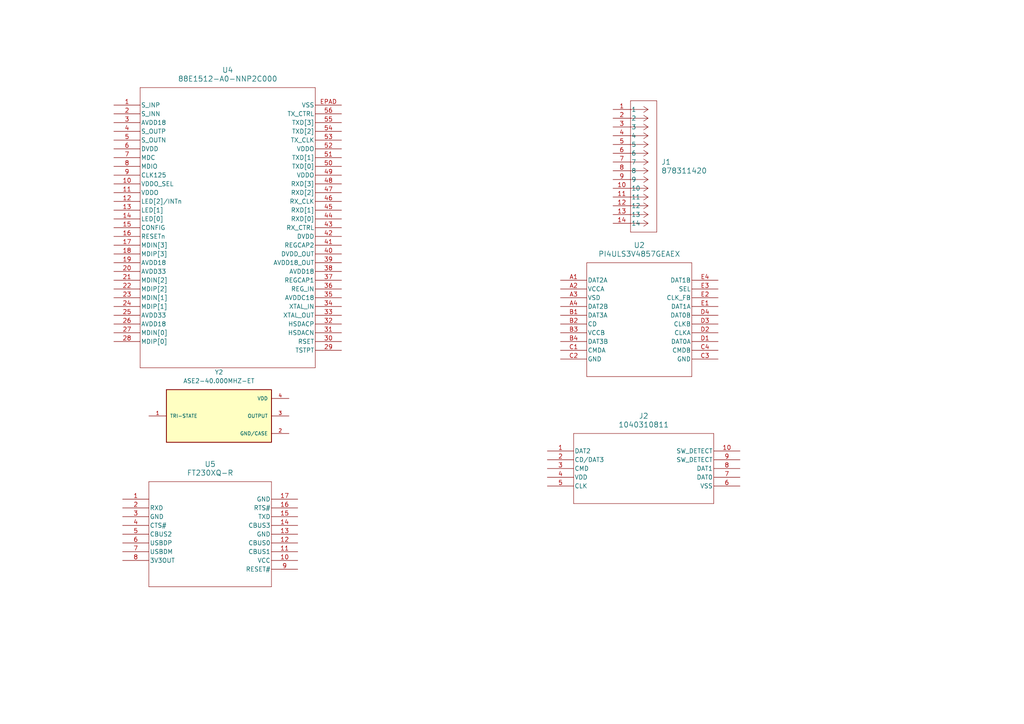
<source format=kicad_sch>
(kicad_sch (version 20231120) (generator "eeschema") (generator_version "8.0")
  (paper "A4")
  (lib_symbols
    (symbol "PSEC5_ctrlbd:1040310811" (pin_names (offset 0.254))
      (property "Reference" "J" (at 27.94 10.16 0))
      (property "Value" "1040310811" (at 27.94 7.62 0))
      (symbol "1040310811_0_1"
        (polyline (pts (xy 7.62 -15.24) (xy 48.26 -15.24)) (stroke (width 0.127)))
        (polyline (pts (xy 7.62 5.08) (xy 7.62 -15.24)) (stroke (width 0.127)))
        (polyline (pts (xy 48.26 -15.24) (xy 48.26 5.08)) (stroke (width 0.127)))
        (polyline (pts (xy 48.26 5.08) (xy 7.62 5.08)) (stroke (width 0.127)))
        (pin bidirectional line (at 0 0 0) (length 7.62) (name "DAT2") (number "1"))
        (pin unspecified line (at 55.88 0 180) (length 7.62) (name "SW_DETECT") (number "10"))
        (pin bidirectional line (at 0 -2.54 0) (length 7.62) (name "CD/DAT3") (number "2"))
        (pin unspecified line (at 0 -5.08 0) (length 7.62) (name "CMD") (number "3"))
        (pin power_in line (at 0 -7.62 0) (length 7.62) (name "VDD") (number "4"))
        (pin unspecified line (at 0 -10.16 0) (length 7.62) (name "CLK") (number "5"))
        (pin power_out line (at 55.88 -10.16 180) (length 7.62) (name "VSS") (number "6"))
        (pin bidirectional line (at 55.88 -7.62 180) (length 7.62) (name "DAT0") (number "7"))
        (pin bidirectional line (at 55.88 -5.08 180) (length 7.62) (name "DAT1") (number "8"))
        (pin unspecified line (at 55.88 -2.54 180) (length 7.62) (name "SW_DETECT") (number "9"))
      )
    )
    (symbol "PSEC5_ctrlbd:878311420" (pin_names (offset 0.254))
      (property "Reference" "J" (at 8.89 6.35 0))
      (property "Value" "878311420" (at 0.254 4.826 0))
      (symbol "878311420_1_1"
        (polyline (pts (xy 5.08 -35.56) (xy 12.7 -35.56)) (stroke (width 0.127)))
        (polyline (pts (xy 5.08 2.54) (xy 5.08 -35.56)) (stroke (width 0.127)))
        (polyline (pts (xy 10.16 -33.02) (xy 5.08 -33.02)) (stroke (width 0.127)))
        (polyline (pts (xy 10.16 -33.02) (xy 8.89 -33.8667)) (stroke (width 0.127)))
        (polyline (pts (xy 10.16 -33.02) (xy 8.89 -32.1733)) (stroke (width 0.127)))
        (polyline (pts (xy 10.16 -30.48) (xy 5.08 -30.48)) (stroke (width 0.127)))
        (polyline (pts (xy 10.16 -30.48) (xy 8.89 -31.3267)) (stroke (width 0.127)))
        (polyline (pts (xy 10.16 -30.48) (xy 8.89 -29.6333)) (stroke (width 0.127)))
        (polyline (pts (xy 10.16 -27.94) (xy 5.08 -27.94)) (stroke (width 0.127)))
        (polyline (pts (xy 10.16 -27.94) (xy 8.89 -28.7867)) (stroke (width 0.127)))
        (polyline (pts (xy 10.16 -27.94) (xy 8.89 -27.0933)) (stroke (width 0.127)))
        (polyline (pts (xy 10.16 -25.4) (xy 5.08 -25.4)) (stroke (width 0.127)))
        (polyline (pts (xy 10.16 -25.4) (xy 8.89 -26.2467)) (stroke (width 0.127)))
        (polyline (pts (xy 10.16 -25.4) (xy 8.89 -24.5533)) (stroke (width 0.127)))
        (polyline (pts (xy 10.16 -22.86) (xy 5.08 -22.86)) (stroke (width 0.127)))
        (polyline (pts (xy 10.16 -22.86) (xy 8.89 -23.7067)) (stroke (width 0.127)))
        (polyline (pts (xy 10.16 -22.86) (xy 8.89 -22.0133)) (stroke (width 0.127)))
        (polyline (pts (xy 10.16 -20.32) (xy 5.08 -20.32)) (stroke (width 0.127)))
        (polyline (pts (xy 10.16 -20.32) (xy 8.89 -21.1667)) (stroke (width 0.127)))
        (polyline (pts (xy 10.16 -20.32) (xy 8.89 -19.4733)) (stroke (width 0.127)))
        (polyline (pts (xy 10.16 -17.78) (xy 5.08 -17.78)) (stroke (width 0.127)))
        (polyline (pts (xy 10.16 -17.78) (xy 8.89 -18.6267)) (stroke (width 0.127)))
        (polyline (pts (xy 10.16 -17.78) (xy 8.89 -16.9333)) (stroke (width 0.127)))
        (polyline (pts (xy 10.16 -15.24) (xy 5.08 -15.24)) (stroke (width 0.127)))
        (polyline (pts (xy 10.16 -15.24) (xy 8.89 -16.0867)) (stroke (width 0.127)))
        (polyline (pts (xy 10.16 -15.24) (xy 8.89 -14.3933)) (stroke (width 0.127)))
        (polyline (pts (xy 10.16 -12.7) (xy 5.08 -12.7)) (stroke (width 0.127)))
        (polyline (pts (xy 10.16 -12.7) (xy 8.89 -13.5467)) (stroke (width 0.127)))
        (polyline (pts (xy 10.16 -12.7) (xy 8.89 -11.8533)) (stroke (width 0.127)))
        (polyline (pts (xy 10.16 -10.16) (xy 5.08 -10.16)) (stroke (width 0.127)))
        (polyline (pts (xy 10.16 -10.16) (xy 8.89 -11.0067)) (stroke (width 0.127)))
        (polyline (pts (xy 10.16 -10.16) (xy 8.89 -9.3133)) (stroke (width 0.127)))
        (polyline (pts (xy 10.16 -7.62) (xy 5.08 -7.62)) (stroke (width 0.127)))
        (polyline (pts (xy 10.16 -7.62) (xy 8.89 -8.4667)) (stroke (width 0.127)))
        (polyline (pts (xy 10.16 -7.62) (xy 8.89 -6.7733)) (stroke (width 0.127)))
        (polyline (pts (xy 10.16 -5.08) (xy 5.08 -5.08)) (stroke (width 0.127)))
        (polyline (pts (xy 10.16 -5.08) (xy 8.89 -5.9267)) (stroke (width 0.127)))
        (polyline (pts (xy 10.16 -5.08) (xy 8.89 -4.2333)) (stroke (width 0.127)))
        (polyline (pts (xy 10.16 -2.54) (xy 5.08 -2.54)) (stroke (width 0.127)))
        (polyline (pts (xy 10.16 -2.54) (xy 8.89 -3.3867)) (stroke (width 0.127)))
        (polyline (pts (xy 10.16 -2.54) (xy 8.89 -1.6933)) (stroke (width 0.127)))
        (polyline (pts (xy 10.16 0) (xy 5.08 0)) (stroke (width 0.127)))
        (polyline (pts (xy 10.16 0) (xy 8.89 -0.8467)) (stroke (width 0.127)))
        (polyline (pts (xy 10.16 0) (xy 8.89 0.8467)) (stroke (width 0.127)))
        (polyline (pts (xy 12.7 -35.56) (xy 12.7 2.54)) (stroke (width 0.127)))
        (polyline (pts (xy 12.7 2.54) (xy 5.08 2.54)) (stroke (width 0.127)))
        (pin unspecified line (at 0 0 0) (length 5.08) (name "1") (number "1"))
        (pin unspecified line (at 0 -22.86 0) (length 5.08) (name "10") (number "10"))
        (pin unspecified line (at 0 -25.4 0) (length 5.08) (name "11") (number "11"))
        (pin unspecified line (at 0 -27.94 0) (length 5.08) (name "12") (number "12"))
        (pin unspecified line (at 0 -30.48 0) (length 5.08) (name "13") (number "13"))
        (pin unspecified line (at 0 -33.02 0) (length 5.08) (name "14") (number "14"))
        (pin unspecified line (at 0 -2.54 0) (length 5.08) (name "2") (number "2"))
        (pin unspecified line (at 0 -5.08 0) (length 5.08) (name "3") (number "3"))
        (pin unspecified line (at 0 -7.62 0) (length 5.08) (name "4") (number "4"))
        (pin unspecified line (at 0 -10.16 0) (length 5.08) (name "5") (number "5"))
        (pin unspecified line (at 0 -12.7 0) (length 5.08) (name "6") (number "6"))
        (pin unspecified line (at 0 -15.24 0) (length 5.08) (name "7") (number "7"))
        (pin unspecified line (at 0 -17.78 0) (length 5.08) (name "8") (number "8"))
        (pin unspecified line (at 0 -20.32 0) (length 5.08) (name "9") (number "9"))
      )
      (symbol "878311420_1_2"
        (polyline (pts (xy 5.08 -35.56) (xy 12.7 -35.56)) (stroke (width 0.127)))
        (polyline (pts (xy 5.08 2.54) (xy 5.08 -35.56)) (stroke (width 0.127)))
        (polyline (pts (xy 7.62 -33.02) (xy 5.08 -33.02)) (stroke (width 0.127)))
        (polyline (pts (xy 7.62 -33.02) (xy 8.89 -33.8667)) (stroke (width 0.127)))
        (polyline (pts (xy 7.62 -33.02) (xy 8.89 -32.1733)) (stroke (width 0.127)))
        (polyline (pts (xy 7.62 -30.48) (xy 5.08 -30.48)) (stroke (width 0.127)))
        (polyline (pts (xy 7.62 -30.48) (xy 8.89 -31.3267)) (stroke (width 0.127)))
        (polyline (pts (xy 7.62 -30.48) (xy 8.89 -29.6333)) (stroke (width 0.127)))
        (polyline (pts (xy 7.62 -27.94) (xy 5.08 -27.94)) (stroke (width 0.127)))
        (polyline (pts (xy 7.62 -27.94) (xy 8.89 -28.7867)) (stroke (width 0.127)))
        (polyline (pts (xy 7.62 -27.94) (xy 8.89 -27.0933)) (stroke (width 0.127)))
        (polyline (pts (xy 7.62 -25.4) (xy 5.08 -25.4)) (stroke (width 0.127)))
        (polyline (pts (xy 7.62 -25.4) (xy 8.89 -26.2467)) (stroke (width 0.127)))
        (polyline (pts (xy 7.62 -25.4) (xy 8.89 -24.5533)) (stroke (width 0.127)))
        (polyline (pts (xy 7.62 -22.86) (xy 5.08 -22.86)) (stroke (width 0.127)))
        (polyline (pts (xy 7.62 -22.86) (xy 8.89 -23.7067)) (stroke (width 0.127)))
        (polyline (pts (xy 7.62 -22.86) (xy 8.89 -22.0133)) (stroke (width 0.127)))
        (polyline (pts (xy 7.62 -20.32) (xy 5.08 -20.32)) (stroke (width 0.127)))
        (polyline (pts (xy 7.62 -20.32) (xy 8.89 -21.1667)) (stroke (width 0.127)))
        (polyline (pts (xy 7.62 -20.32) (xy 8.89 -19.4733)) (stroke (width 0.127)))
        (polyline (pts (xy 7.62 -17.78) (xy 5.08 -17.78)) (stroke (width 0.127)))
        (polyline (pts (xy 7.62 -17.78) (xy 8.89 -18.6267)) (stroke (width 0.127)))
        (polyline (pts (xy 7.62 -17.78) (xy 8.89 -16.9333)) (stroke (width 0.127)))
        (polyline (pts (xy 7.62 -15.24) (xy 5.08 -15.24)) (stroke (width 0.127)))
        (polyline (pts (xy 7.62 -15.24) (xy 8.89 -16.0867)) (stroke (width 0.127)))
        (polyline (pts (xy 7.62 -15.24) (xy 8.89 -14.3933)) (stroke (width 0.127)))
        (polyline (pts (xy 7.62 -12.7) (xy 5.08 -12.7)) (stroke (width 0.127)))
        (polyline (pts (xy 7.62 -12.7) (xy 8.89 -13.5467)) (stroke (width 0.127)))
        (polyline (pts (xy 7.62 -12.7) (xy 8.89 -11.8533)) (stroke (width 0.127)))
        (polyline (pts (xy 7.62 -10.16) (xy 5.08 -10.16)) (stroke (width 0.127)))
        (polyline (pts (xy 7.62 -10.16) (xy 8.89 -11.0067)) (stroke (width 0.127)))
        (polyline (pts (xy 7.62 -10.16) (xy 8.89 -9.3133)) (stroke (width 0.127)))
        (polyline (pts (xy 7.62 -7.62) (xy 5.08 -7.62)) (stroke (width 0.127)))
        (polyline (pts (xy 7.62 -7.62) (xy 8.89 -8.4667)) (stroke (width 0.127)))
        (polyline (pts (xy 7.62 -7.62) (xy 8.89 -6.7733)) (stroke (width 0.127)))
        (polyline (pts (xy 7.62 -5.08) (xy 5.08 -5.08)) (stroke (width 0.127)))
        (polyline (pts (xy 7.62 -5.08) (xy 8.89 -5.9267)) (stroke (width 0.127)))
        (polyline (pts (xy 7.62 -5.08) (xy 8.89 -4.2333)) (stroke (width 0.127)))
        (polyline (pts (xy 7.62 -2.54) (xy 5.08 -2.54)) (stroke (width 0.127)))
        (polyline (pts (xy 7.62 -2.54) (xy 8.89 -3.3867)) (stroke (width 0.127)))
        (polyline (pts (xy 7.62 -2.54) (xy 8.89 -1.6933)) (stroke (width 0.127)))
        (polyline (pts (xy 7.62 0) (xy 5.08 0)) (stroke (width 0.127)))
        (polyline (pts (xy 7.62 0) (xy 8.89 -0.8467)) (stroke (width 0.127)))
        (polyline (pts (xy 7.62 0) (xy 8.89 0.8467)) (stroke (width 0.127)))
        (polyline (pts (xy 12.7 -35.56) (xy 12.7 2.54)) (stroke (width 0.127)))
        (polyline (pts (xy 12.7 2.54) (xy 5.08 2.54)) (stroke (width 0.127)))
        (pin unspecified line (at 0 0 0) (length 5.08) (name "1") (number "1"))
        (pin unspecified line (at 0 -22.86 0) (length 5.08) (name "10") (number "10"))
        (pin unspecified line (at 0 -25.4 0) (length 5.08) (name "11") (number "11"))
        (pin unspecified line (at 0 -27.94 0) (length 5.08) (name "12") (number "12"))
        (pin unspecified line (at 0 -30.48 0) (length 5.08) (name "13") (number "13"))
        (pin unspecified line (at 0 -33.02 0) (length 5.08) (name "14") (number "14"))
        (pin unspecified line (at 0 -2.54 0) (length 5.08) (name "2") (number "2"))
        (pin unspecified line (at 0 -5.08 0) (length 5.08) (name "3") (number "3"))
        (pin unspecified line (at 0 -7.62 0) (length 5.08) (name "4") (number "4"))
        (pin unspecified line (at 0 -10.16 0) (length 5.08) (name "5") (number "5"))
        (pin unspecified line (at 0 -12.7 0) (length 5.08) (name "6") (number "6"))
        (pin unspecified line (at 0 -15.24 0) (length 5.08) (name "7") (number "7"))
        (pin unspecified line (at 0 -17.78 0) (length 5.08) (name "8") (number "8"))
        (pin unspecified line (at 0 -20.32 0) (length 5.08) (name "9") (number "9"))
      )
    )
    (symbol "PSEC5_ctrlbd:88E1512-A0-NNP2C000" (pin_names (offset 0.254))
      (property "Reference" "U" (at 33.02 10.16 0))
      (property "Value" "88E1512-A0-NNP2C000" (at 33.02 7.62 0))
      (symbol "88E1512-A0-NNP2C000_0_1"
        (polyline (pts (xy 7.62 -76.2) (xy 58.42 -76.2)) (stroke (width 0.127)))
        (polyline (pts (xy 7.62 5.08) (xy 7.62 -76.2)) (stroke (width 0.127)))
        (polyline (pts (xy 58.42 -76.2) (xy 58.42 5.08)) (stroke (width 0.127)))
        (polyline (pts (xy 58.42 5.08) (xy 7.62 5.08)) (stroke (width 0.127)))
        (pin input line (at 0 0 0) (length 7.62) (name "S_INP") (number "1"))
        (pin power_in line (at 0 -22.86 0) (length 7.62) (name "VDDO_SEL") (number "10"))
        (pin power_in line (at 0 -25.4 0) (length 7.62) (name "VDDO") (number "11"))
        (pin output line (at 0 -27.94 0) (length 7.62) (name "LED[2]/INTn") (number "12"))
        (pin bidirectional line (at 0 -30.48 0) (length 7.62) (name "LED[1]") (number "13"))
        (pin output line (at 0 -33.02 0) (length 7.62) (name "LED[0]") (number "14"))
        (pin input line (at 0 -35.56 0) (length 7.62) (name "CONFIG") (number "15"))
        (pin input line (at 0 -38.1 0) (length 7.62) (name "RESETn") (number "16"))
        (pin bidirectional line (at 0 -40.64 0) (length 7.62) (name "MDIN[3]") (number "17"))
        (pin bidirectional line (at 0 -43.18 0) (length 7.62) (name "MDIP[3]") (number "18"))
        (pin power_in line (at 0 -45.72 0) (length 7.62) (name "AVDD18") (number "19"))
        (pin input line (at 0 -2.54 0) (length 7.62) (name "S_INN") (number "2"))
        (pin power_in line (at 0 -48.26 0) (length 7.62) (name "AVDD33") (number "20"))
        (pin bidirectional line (at 0 -50.8 0) (length 7.62) (name "MDIN[2]") (number "21"))
        (pin bidirectional line (at 0 -53.34 0) (length 7.62) (name "MDIP[2]") (number "22"))
        (pin bidirectional line (at 0 -55.88 0) (length 7.62) (name "MDIN[1]") (number "23"))
        (pin bidirectional line (at 0 -58.42 0) (length 7.62) (name "MDIP[1]") (number "24"))
        (pin power_in line (at 0 -60.96 0) (length 7.62) (name "AVDD33") (number "25"))
        (pin power_in line (at 0 -63.5 0) (length 7.62) (name "AVDD18") (number "26"))
        (pin bidirectional line (at 0 -66.04 0) (length 7.62) (name "MDIN[0]") (number "27"))
        (pin bidirectional line (at 0 -68.58 0) (length 7.62) (name "MDIP[0]") (number "28"))
        (pin output line (at 66.04 -71.12 180) (length 7.62) (name "TSTPT") (number "29"))
        (pin power_in line (at 0 -5.08 0) (length 7.62) (name "AVDD18") (number "3"))
        (pin input line (at 66.04 -68.58 180) (length 7.62) (name "RSET") (number "30"))
        (pin unspecified line (at 66.04 -66.04 180) (length 7.62) (name "HSDACN") (number "31"))
        (pin output line (at 66.04 -63.5 180) (length 7.62) (name "HSDACP") (number "32"))
        (pin output line (at 66.04 -60.96 180) (length 7.62) (name "XTAL_OUT") (number "33"))
        (pin input line (at 66.04 -58.42 180) (length 7.62) (name "XTAL_IN") (number "34"))
        (pin power_in line (at 66.04 -55.88 180) (length 7.62) (name "AVDDC18") (number "35"))
        (pin unspecified line (at 66.04 -53.34 180) (length 7.62) (name "REG_IN") (number "36"))
        (pin bidirectional line (at 66.04 -50.8 180) (length 7.62) (name "REGCAP1") (number "37"))
        (pin power_in line (at 66.04 -48.26 180) (length 7.62) (name "AVDD18") (number "38"))
        (pin output line (at 66.04 -45.72 180) (length 7.62) (name "AVDD18_OUT") (number "39"))
        (pin output line (at 0 -7.62 0) (length 7.62) (name "S_OUTP") (number "4"))
        (pin output line (at 66.04 -43.18 180) (length 7.62) (name "DVDD_OUT") (number "40"))
        (pin bidirectional line (at 66.04 -40.64 180) (length 7.62) (name "REGCAP2") (number "41"))
        (pin power_in line (at 66.04 -38.1 180) (length 7.62) (name "DVDD") (number "42"))
        (pin output line (at 66.04 -35.56 180) (length 7.62) (name "RX_CTRL") (number "43"))
        (pin output line (at 66.04 -33.02 180) (length 7.62) (name "RXD[0]") (number "44"))
        (pin output line (at 66.04 -30.48 180) (length 7.62) (name "RXD[1]") (number "45"))
        (pin output line (at 66.04 -27.94 180) (length 7.62) (name "RX_CLK") (number "46"))
        (pin output line (at 66.04 -25.4 180) (length 7.62) (name "RXD[2]") (number "47"))
        (pin output line (at 66.04 -22.86 180) (length 7.62) (name "RXD[3]") (number "48"))
        (pin power_in line (at 66.04 -20.32 180) (length 7.62) (name "VDDO") (number "49"))
        (pin output line (at 0 -10.16 0) (length 7.62) (name "S_OUTN") (number "5"))
        (pin input line (at 66.04 -17.78 180) (length 7.62) (name "TXD[0]") (number "50"))
        (pin input line (at 66.04 -15.24 180) (length 7.62) (name "TXD[1]") (number "51"))
        (pin power_in line (at 66.04 -12.7 180) (length 7.62) (name "VDDO") (number "52"))
        (pin input line (at 66.04 -10.16 180) (length 7.62) (name "TX_CLK") (number "53"))
        (pin input line (at 66.04 -7.62 180) (length 7.62) (name "TXD[2]") (number "54"))
        (pin input line (at 66.04 -5.08 180) (length 7.62) (name "TXD[3]") (number "55"))
        (pin input line (at 66.04 -2.54 180) (length 7.62) (name "TX_CTRL") (number "56"))
        (pin power_in line (at 0 -12.7 0) (length 7.62) (name "DVDD") (number "6"))
        (pin input line (at 0 -15.24 0) (length 7.62) (name "MDC") (number "7"))
        (pin bidirectional line (at 0 -17.78 0) (length 7.62) (name "MDIO") (number "8"))
        (pin output line (at 0 -20.32 0) (length 7.62) (name "CLK125") (number "9"))
        (pin power_out line (at 66.04 0 180) (length 7.62) (name "VSS") (number "EPAD"))
      )
    )
    (symbol "PSEC5_ctrlbd:ASE2-40.000MHZ-ET" (pin_names (offset 1.016))
      (property "Reference" "Y" (at -15.24 8.128 0))
      (property "Value" "ASE2-40.000MHZ-ET" (at -15.24 -10.16 0))
      (symbol "ASE2-40.000MHZ-ET_0_0"
        (rectangle (start -15.24 -7.62) (end 15.24 7.62) (stroke (width 0.254)) (fill (type background)))
        (pin passive line (at -20.32 0 0) (length 5.08) (name "TRI-STATE") (number "1"))
        (pin power_in line (at 20.32 -5.08 180) (length 5.08) (name "GND/CASE") (number "2"))
        (pin output line (at 20.32 0 180) (length 5.08) (name "OUTPUT") (number "3"))
        (pin power_in line (at 20.32 5.08 180) (length 5.08) (name "VDD") (number "4"))
      )
    )
    (symbol "PSEC5_ctrlbd:FT230XQ-R" (pin_names (offset 0.254))
      (property "Reference" "U" (at 25.4 10.16 0))
      (property "Value" "FT230XQ-R" (at 25.4 7.62 0))
      (symbol "FT230XQ-R_0_1"
        (polyline (pts (xy 7.62 -25.4) (xy 43.18 -25.4)) (stroke (width 0.127)))
        (polyline (pts (xy 7.62 5.08) (xy 7.62 -25.4)) (stroke (width 0.127)))
        (polyline (pts (xy 43.18 -25.4) (xy 43.18 5.08)) (stroke (width 0.127)))
        (polyline (pts (xy 43.18 5.08) (xy 7.62 5.08)) (stroke (width 0.127)))
        (pin power_in line (at 0 0 0) (length 7.62) (name "") (number "1"))
        (pin power_in line (at 50.8 -17.78 180) (length 7.62) (name "VCC") (number "10"))
        (pin bidirectional line (at 50.8 -15.24 180) (length 7.62) (name "CBUS1") (number "11"))
        (pin bidirectional line (at 50.8 -12.7 180) (length 7.62) (name "CBUS0") (number "12"))
        (pin power_out line (at 50.8 -10.16 180) (length 7.62) (name "GND") (number "13"))
        (pin bidirectional line (at 50.8 -7.62 180) (length 7.62) (name "CBUS3") (number "14"))
        (pin output line (at 50.8 -5.08 180) (length 7.62) (name "TXD") (number "15"))
        (pin output line (at 50.8 -2.54 180) (length 7.62) (name "RTS#") (number "16"))
        (pin power_out line (at 50.8 0 180) (length 7.62) (name "GND") (number "17"))
        (pin input line (at 0 -2.54 0) (length 7.62) (name "RXD") (number "2"))
        (pin power_out line (at 0 -5.08 0) (length 7.62) (name "GND") (number "3"))
        (pin input line (at 0 -7.62 0) (length 7.62) (name "CTS#") (number "4"))
        (pin bidirectional line (at 0 -10.16 0) (length 7.62) (name "CBUS2") (number "5"))
        (pin input line (at 0 -12.7 0) (length 7.62) (name "USBDP") (number "6"))
        (pin input line (at 0 -15.24 0) (length 7.62) (name "USBDM") (number "7"))
        (pin output line (at 0 -17.78 0) (length 7.62) (name "3V3OUT") (number "8"))
        (pin input line (at 50.8 -20.32 180) (length 7.62) (name "RESET#") (number "9"))
      )
    )
    (symbol "PSEC5_ctrlbd:PI4ULS3V4857GEAEX" (pin_names (offset 0.254))
      (property "Reference" "U" (at 22.86 10.16 0))
      (property "Value" "PI4ULS3V4857GEAEX" (at 22.86 7.62 0))
      (symbol "PI4ULS3V4857GEAEX_0_1"
        (polyline (pts (xy 7.62 -27.94) (xy 38.1 -27.94)) (stroke (width 0.127)))
        (polyline (pts (xy 7.62 5.08) (xy 7.62 -27.94)) (stroke (width 0.127)))
        (polyline (pts (xy 38.1 -27.94) (xy 38.1 5.08)) (stroke (width 0.127)))
        (polyline (pts (xy 38.1 5.08) (xy 7.62 5.08)) (stroke (width 0.127)))
        (pin bidirectional line (at 0 0 0) (length 7.62) (name "DAT2A") (number "A1"))
        (pin power_in line (at 0 -2.54 0) (length 7.62) (name "VCCA") (number "A2"))
        (pin power_in line (at 0 -5.08 0) (length 7.62) (name "VSD") (number "A3"))
        (pin bidirectional line (at 0 -7.62 0) (length 7.62) (name "DAT2B") (number "A4"))
        (pin bidirectional line (at 0 -10.16 0) (length 7.62) (name "DAT3A") (number "B1"))
        (pin output line (at 0 -12.7 0) (length 7.62) (name "CD") (number "B2"))
        (pin power_in line (at 0 -15.24 0) (length 7.62) (name "VCCB") (number "B3"))
        (pin bidirectional line (at 0 -17.78 0) (length 7.62) (name "DAT3B") (number "B4"))
        (pin bidirectional line (at 0 -20.32 0) (length 7.62) (name "CMDA") (number "C1"))
        (pin power_in line (at 0 -22.86 0) (length 7.62) (name "GND") (number "C2"))
        (pin power_in line (at 45.72 -22.86 180) (length 7.62) (name "GND") (number "C3"))
        (pin bidirectional line (at 45.72 -20.32 180) (length 7.62) (name "CMDB") (number "C4"))
        (pin bidirectional line (at 45.72 -17.78 180) (length 7.62) (name "DAT0A") (number "D1"))
        (pin input line (at 45.72 -15.24 180) (length 7.62) (name "CLKA") (number "D2"))
        (pin output line (at 45.72 -12.7 180) (length 7.62) (name "CLKB") (number "D3"))
        (pin bidirectional line (at 45.72 -10.16 180) (length 7.62) (name "DAT0B") (number "D4"))
        (pin bidirectional line (at 45.72 -7.62 180) (length 7.62) (name "DAT1A") (number "E1"))
        (pin output line (at 45.72 -5.08 180) (length 7.62) (name "CLK_FB") (number "E2"))
        (pin input line (at 45.72 -2.54 180) (length 7.62) (name "SEL") (number "E3"))
        (pin bidirectional line (at 45.72 0 180) (length 7.62) (name "DAT1B") (number "E4"))
      )
    )
  )
  (symbol (lib_id "PSEC5_ctrlbd:ASE2-40.000MHZ-ET") (at 63.5 120.65 0) (unit 1)
    (property "Reference" "Y2" (at 63.5 107.95 0))
    (property "Value" "ASE2-40.000MHZ-ET" (at 63.5 110.49 0))
    (property "Footprint" "ASE2-40.000MHZ-ET:XTAL_ASE2-40.000MHZ-ET" (effects (hide yes)))
    (property "PARTREV" "08.06.14" (effects (hide yes)))
    (property "STANDARD" "Manufacturer Recommendations" (effects (hide yes)))
    (property "SNAPEDA_PN" "ASE2-40.000MHZ-ET" (effects (hide yes)))
    (property "MAXIMUM_PACKAGE_HEIGHT" "1.2 mm" (effects (hide yes)))
    (property "MANUFACTURER" "Abracon" (effects (hide yes)))
  )
  (symbol (lib_id "PSEC5_ctrlbd:1040310811") (at 158.75 130.81 0) (unit 1)
    (property "Reference" "J2" (at 186.69 120.65 0) (effects (font (size 1.524 1.524))))
    (property "Value" "1040310811" (at 186.69 123.19 0) (effects (font (size 1.524 1.524))))
    (property "Footprint" "104031-0811_MOL" (effects (hide yes)))
    (property "Datasheet" "1040310811" (effects (hide yes)))
  )
  (symbol (lib_id "PSEC5_ctrlbd:FT230XQ-R") (at 35.56 144.78 0) (unit 1)
    (property "Reference" "U5" (at 60.96 134.62 0) (effects (font (size 1.524 1.524))))
    (property "Value" "FT230XQ-R" (at 60.96 137.16 0) (effects (font (size 1.524 1.524))))
    (property "Footprint" "QFN-16_FTD" (effects (hide yes)))
    (property "Datasheet" "FT230XQ-R" (effects (hide yes)))
  )
  (symbol (lib_id "PSEC5_ctrlbd:PI4ULS3V4857GEAEX") (at 162.56 81.28 0) (unit 1)
    (property "Reference" "U2" (at 185.42 71.12 0) (effects (font (size 1.524 1.524))))
    (property "Value" "PI4ULS3V4857GEAEX" (at 185.42 73.66 0) (effects (font (size 1.524 1.524))))
    (property "Footprint" "BGA20_WLCSP_PI4ULS3V4857_DIO" (effects (hide yes)))
    (property "Datasheet" "PI4ULS3V4857GEAEX" (effects (hide yes)))
  )
  (symbol (lib_id "PSEC5_ctrlbd:878311420") (at 177.8 31.75 0) (unit 1)
    (property "Reference" "J1" (at 191.77 46.9899 0) (effects (font (size 1.524 1.524)) (justify left)))
    (property "Value" "878311420" (at 191.77 49.5299 0) (effects (font (size 1.524 1.524)) (justify left)))
    (property "Footprint" "CONN_87831-1420_MOL" (effects (hide yes)))
    (property "Datasheet" "878311420" (effects (hide yes)))
  )
  (symbol (lib_id "PSEC5_ctrlbd:88E1512-A0-NNP2C000") (at 33.02 30.48 0) (unit 1)
    (property "Reference" "U4" (at 66.04 20.32 0) (effects (font (size 1.524 1.524))))
    (property "Value" "88E1512-A0-NNP2C000" (at 66.04 22.86 0) (effects (font (size 1.524 1.524))))
    (property "Footprint" "QFN_56P_MTG" (effects (hide yes)))
    (property "Datasheet" "88E1512-A0-NNP2C000" (effects (hide yes)))
  )
)
</source>
